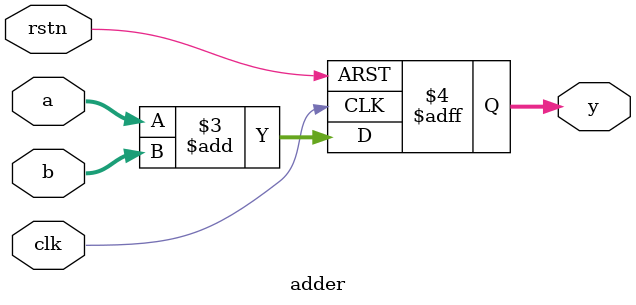
<source format=sv>
module adder(
    input               clk,
    input               rstn,
    input       [4:0]   a,
    input       [4:0]   b,
    output reg  [5:0]   y
);
    always @(posedge clk or negedge rstn) begin
        if(!rstn) begin
            y <= 0;
        end
        else begin
            y <= a + b;
        end
    end
endmodule
</source>
